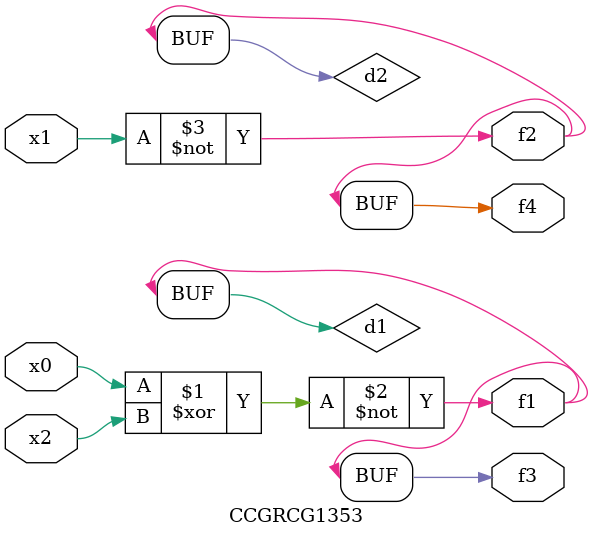
<source format=v>
module CCGRCG1353(
	input x0, x1, x2,
	output f1, f2, f3, f4
);

	wire d1, d2, d3;

	xnor (d1, x0, x2);
	nand (d2, x1);
	nor (d3, x1, x2);
	assign f1 = d1;
	assign f2 = d2;
	assign f3 = d1;
	assign f4 = d2;
endmodule

</source>
